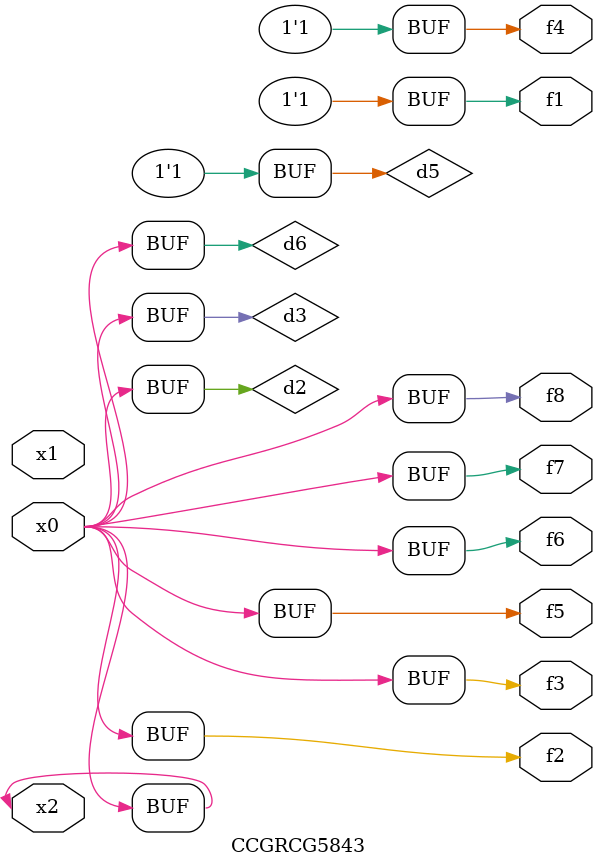
<source format=v>
module CCGRCG5843(
	input x0, x1, x2,
	output f1, f2, f3, f4, f5, f6, f7, f8
);

	wire d1, d2, d3, d4, d5, d6;

	xnor (d1, x2);
	buf (d2, x0, x2);
	and (d3, x0);
	xnor (d4, x1, x2);
	nand (d5, d1, d3);
	buf (d6, d2, d3);
	assign f1 = d5;
	assign f2 = d6;
	assign f3 = d6;
	assign f4 = d5;
	assign f5 = d6;
	assign f6 = d6;
	assign f7 = d6;
	assign f8 = d6;
endmodule

</source>
